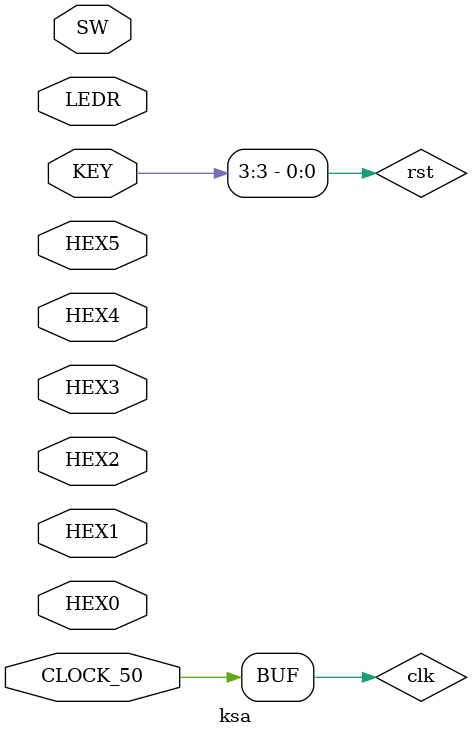
<source format=sv>
module ksa
    (
        input CLOCK_50,
        input [3:0] KEY,
        input [9:0] SW,
        input [9:0] LEDR,
        input [6:0] HEX0,
        input [6:0] HEX1,
        input [6:0] HEX2,
        input [6:0] HEX3,
        input [6:0] HEX4,
        input [6:0] HEX5
    );

    logic clk;
    assign clk = CLOCK_50;
    assign rst = KEY[3];


endmodule
</source>
